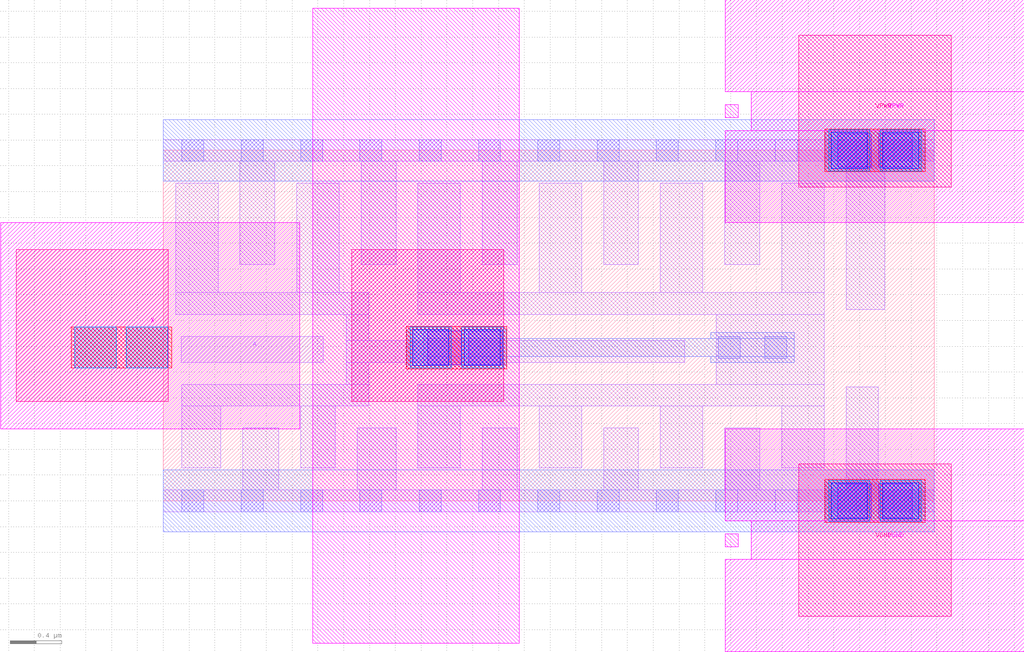
<source format=lef>
# Copyright 2020 The SkyWater PDK Authors
#
# Licensed under the Apache License, Version 2.0 (the "License");
# you may not use this file except in compliance with the License.
# You may obtain a copy of the License at
#
#     https://www.apache.org/licenses/LICENSE-2.0
#
# Unless required by applicable law or agreed to in writing, software
# distributed under the License is distributed on an "AS IS" BASIS,
# WITHOUT WARRANTIES OR CONDITIONS OF ANY KIND, either express or implied.
# See the License for the specific language governing permissions and
# limitations under the License.
#
# SPDX-License-Identifier: Apache-2.0

VERSION 5.7 ;
  NAMESCASESENSITIVE ON ;
  NOWIREEXTENSIONATPIN ON ;
  DIVIDERCHAR "/" ;
  BUSBITCHARS "[]" ;
UNITS
  DATABASE MICRONS 200 ;
END UNITS
PROPERTYDEFINITIONS
  MACRO maskLayoutSubType STRING ;
  MACRO prCellType STRING ;
  MACRO originalViewName STRING ;
END PROPERTYDEFINITIONS
MACRO sky130_fd_sc_hdll__probec_p_8
  CLASS CORE ;
  FOREIGN sky130_fd_sc_hdll__probec_p_8 ;
  ORIGIN  0.000000  0.000000 ;
  SIZE  5.980000 BY  2.720000 ;
  SYMMETRY X Y R90 ;
  SITE unit ;
  PIN A
    ANTENNAGATEAREA  0.832500 ;
    DIRECTION INPUT ;
    USE SIGNAL ;
    PORT
      LAYER li1 ;
        RECT 0.140000 1.075000 1.240000 1.275000 ;
    END
  END A
  PIN VGND
    ANTENNADIFFAREA  1.339000 ;
    DIRECTION INPUT ;
    USE SIGNAL ;
    PORT
      LAYER met4 ;
        RECT 4.930000 -0.895000 6.110000 0.285000 ;
    END
    PORT
      LAYER met5 ;
        RECT 4.360000 -1.170000 6.675000 -0.455000 ;
        RECT 4.360000 -0.155000 6.675000  0.560000 ;
        RECT 4.560000 -0.455000 6.675000 -0.155000 ;
    END
  END VGND
  PIN VPWR
    ANTENNADIFFAREA  1.720000 ;
    DIRECTION INPUT ;
    USE SIGNAL ;
    PORT
      LAYER met4 ;
        RECT 4.930000 2.435000 6.110000 3.615000 ;
    END
    PORT
      LAYER met5 ;
        RECT 4.360000 2.160000 6.675000 2.875000 ;
        RECT 4.360000 3.175000 6.675000 3.890000 ;
        RECT 4.560000 2.875000 6.675000 3.175000 ;
    END
  END VPWR
  PIN X
    DIRECTION OUTPUT ;
    USE SIGNAL ;
    PORT
      LAYER met5 ;
        RECT -1.260000 0.560000 1.060000 2.160000 ;
    END
  END X
  OBS
    LAYER li1 ;
      RECT 0.000000 -0.085000 5.980000 0.085000 ;
      RECT 0.000000  2.635000 5.980000 2.805000 ;
      RECT 0.095000  1.445000 1.595000 1.615000 ;
      RECT 0.095000  1.615000 0.425000 2.465000 ;
      RECT 0.145000  0.255000 0.445000 0.735000 ;
      RECT 0.145000  0.735000 1.595000 0.905000 ;
      RECT 0.595000  1.835000 0.865000 2.635000 ;
      RECT 0.615000  0.085000 0.895000 0.565000 ;
      RECT 1.035000  1.615000 1.365000 2.465000 ;
      RECT 1.065000  0.255000 1.335000 0.735000 ;
      RECT 1.420000  0.905000 1.595000 1.075000 ;
      RECT 1.420000  1.075000 4.045000 1.245000 ;
      RECT 1.420000  1.245000 1.595000 1.445000 ;
      RECT 1.505000  0.085000 1.805000 0.565000 ;
      RECT 1.535000  1.835000 1.805000 2.635000 ;
      RECT 1.975000  0.255000 2.305000 0.735000 ;
      RECT 1.975000  0.735000 5.125000 0.905000 ;
      RECT 1.975000  1.445000 5.125000 1.615000 ;
      RECT 1.975000  1.615000 2.305000 2.465000 ;
      RECT 2.475000  0.085000 2.745000 0.565000 ;
      RECT 2.475000  1.835000 2.745000 2.635000 ;
      RECT 2.915000  0.255000 3.245000 0.735000 ;
      RECT 2.915000  1.615000 3.245000 2.465000 ;
      RECT 3.415000  0.085000 3.685000 0.565000 ;
      RECT 3.415000  1.835000 3.685000 2.635000 ;
      RECT 3.855000  0.255000 4.185000 0.735000 ;
      RECT 3.855000  1.615000 4.185000 2.465000 ;
      RECT 4.290000  0.905000 5.125000 1.445000 ;
      RECT 4.355000  0.085000 4.625000 0.565000 ;
      RECT 4.355000  1.835000 4.625000 2.635000 ;
      RECT 4.795000  0.255000 5.125000 0.735000 ;
      RECT 4.795000  1.615000 5.125000 2.465000 ;
      RECT 5.295000  0.085000 5.545000 0.885000 ;
      RECT 5.295000  1.485000 5.595000 2.635000 ;
    LAYER mcon ;
      RECT 0.145000 -0.085000 0.315000 0.085000 ;
      RECT 0.145000  2.635000 0.315000 2.805000 ;
      RECT 0.605000 -0.085000 0.775000 0.085000 ;
      RECT 0.605000  2.635000 0.775000 2.805000 ;
      RECT 1.065000 -0.085000 1.235000 0.085000 ;
      RECT 1.065000  2.635000 1.235000 2.805000 ;
      RECT 1.525000 -0.085000 1.695000 0.085000 ;
      RECT 1.525000  2.635000 1.695000 2.805000 ;
      RECT 1.985000 -0.085000 2.155000 0.085000 ;
      RECT 1.985000  2.635000 2.155000 2.805000 ;
      RECT 2.445000 -0.085000 2.615000 0.085000 ;
      RECT 2.445000  2.635000 2.615000 2.805000 ;
      RECT 2.905000 -0.085000 3.075000 0.085000 ;
      RECT 2.905000  2.635000 3.075000 2.805000 ;
      RECT 3.365000 -0.085000 3.535000 0.085000 ;
      RECT 3.365000  2.635000 3.535000 2.805000 ;
      RECT 3.825000 -0.085000 3.995000 0.085000 ;
      RECT 3.825000  2.635000 3.995000 2.805000 ;
      RECT 4.285000 -0.085000 4.455000 0.085000 ;
      RECT 4.285000  2.635000 4.455000 2.805000 ;
      RECT 4.305000  1.105000 4.475000 1.275000 ;
      RECT 4.665000  1.105000 4.835000 1.275000 ;
      RECT 4.745000 -0.085000 4.915000 0.085000 ;
      RECT 4.745000  2.635000 4.915000 2.805000 ;
      RECT 5.205000 -0.085000 5.375000 0.085000 ;
      RECT 5.205000  2.635000 5.375000 2.805000 ;
      RECT 5.665000 -0.085000 5.835000 0.085000 ;
      RECT 5.665000  2.635000 5.835000 2.805000 ;
    LAYER met1 ;
      RECT 0.000000 -0.240000 5.980000 0.240000 ;
      RECT 0.000000  2.480000 5.980000 2.960000 ;
      RECT 2.020000  1.060000 2.660000 1.120000 ;
      RECT 2.020000  1.120000 4.895000 1.260000 ;
      RECT 2.020000  1.260000 2.660000 1.320000 ;
      RECT 4.245000  1.075000 4.895000 1.120000 ;
      RECT 4.245000  1.260000 4.895000 1.305000 ;
    LAYER met2 ;
      RECT 1.890000  1.050000 2.660000 1.330000 ;
      RECT 5.135000 -0.140000 5.905000 0.140000 ;
      RECT 5.135000  2.580000 5.905000 2.860000 ;
    LAYER met3 ;
      RECT -0.715000  1.030000 0.065000 1.350000 ;
      RECT  1.885000  1.025000 2.665000 1.355000 ;
      RECT  5.130000 -0.165000 5.910000 0.165000 ;
      RECT  5.130000  2.555000 5.910000 2.885000 ;
    LAYER met4 ;
      RECT -1.140000 0.770000 0.040000 1.950000 ;
      RECT  1.460000 0.770000 2.640000 1.950000 ;
    LAYER met5 ;
      RECT 1.160000 -1.105000 2.760000  3.825000 ;
      RECT 4.360000 -0.355000 4.460000 -0.255000 ;
      RECT 4.360000  2.975000 4.460000  3.075000 ;
    LAYER via ;
      RECT 2.050000  1.060000 2.310000 1.320000 ;
      RECT 2.370000  1.060000 2.630000 1.320000 ;
      RECT 5.230000 -0.130000 5.490000 0.130000 ;
      RECT 5.230000  2.590000 5.490000 2.850000 ;
      RECT 5.550000 -0.130000 5.810000 0.130000 ;
      RECT 5.550000  2.590000 5.810000 2.850000 ;
    LAYER via2 ;
      RECT 1.935000  1.050000 2.215000 1.330000 ;
      RECT 2.335000  1.050000 2.615000 1.330000 ;
      RECT 5.180000 -0.140000 5.460000 0.140000 ;
      RECT 5.180000  2.580000 5.460000 2.860000 ;
      RECT 5.580000 -0.140000 5.860000 0.140000 ;
      RECT 5.580000  2.580000 5.860000 2.860000 ;
    LAYER via3 ;
      RECT -0.685000  1.030000 -0.365000 1.350000 ;
      RECT -0.285000  1.030000  0.035000 1.350000 ;
      RECT  1.915000  1.030000  2.235000 1.350000 ;
      RECT  2.315000  1.030000  2.635000 1.350000 ;
      RECT  5.160000 -0.160000  5.480000 0.160000 ;
      RECT  5.160000  2.560000  5.480000 2.880000 ;
      RECT  5.560000 -0.160000  5.880000 0.160000 ;
      RECT  5.560000  2.560000  5.880000 2.880000 ;
  END
  PROPERTY maskLayoutSubType "abstract" ;
  PROPERTY prCellType "standard" ;
  PROPERTY originalViewName "layout" ;
END sky130_fd_sc_hdll__probec_p_8
END LIBRARY

</source>
